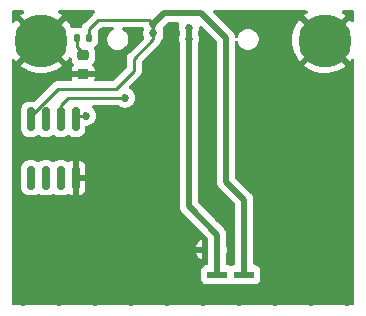
<source format=gbr>
%TF.GenerationSoftware,KiCad,Pcbnew,(6.0.0-0)*%
%TF.CreationDate,2022-07-13T15:20:42-04:00*%
%TF.ProjectId,ec,65632e6b-6963-4616-945f-706362585858,rev?*%
%TF.SameCoordinates,Original*%
%TF.FileFunction,Copper,L1,Top*%
%TF.FilePolarity,Positive*%
%FSLAX46Y46*%
G04 Gerber Fmt 4.6, Leading zero omitted, Abs format (unit mm)*
G04 Created by KiCad (PCBNEW (6.0.0-0)) date 2022-07-13 15:20:42*
%MOMM*%
%LPD*%
G01*
G04 APERTURE LIST*
G04 Aperture macros list*
%AMRoundRect*
0 Rectangle with rounded corners*
0 $1 Rounding radius*
0 $2 $3 $4 $5 $6 $7 $8 $9 X,Y pos of 4 corners*
0 Add a 4 corners polygon primitive as box body*
4,1,4,$2,$3,$4,$5,$6,$7,$8,$9,$2,$3,0*
0 Add four circle primitives for the rounded corners*
1,1,$1+$1,$2,$3*
1,1,$1+$1,$4,$5*
1,1,$1+$1,$6,$7*
1,1,$1+$1,$8,$9*
0 Add four rect primitives between the rounded corners*
20,1,$1+$1,$2,$3,$4,$5,0*
20,1,$1+$1,$4,$5,$6,$7,0*
20,1,$1+$1,$6,$7,$8,$9,0*
20,1,$1+$1,$8,$9,$2,$3,0*%
G04 Aperture macros list end*
%TA.AperFunction,ComponentPad*%
%ADD10C,4.500000*%
%TD*%
%TA.AperFunction,SMDPad,CuDef*%
%ADD11RoundRect,0.135000X0.135000X0.185000X-0.135000X0.185000X-0.135000X-0.185000X0.135000X-0.185000X0*%
%TD*%
%TA.AperFunction,ComponentPad*%
%ADD12R,1.690000X0.600000*%
%TD*%
%TA.AperFunction,SMDPad,CuDef*%
%ADD13RoundRect,0.150000X0.150000X-0.825000X0.150000X0.825000X-0.150000X0.825000X-0.150000X-0.825000X0*%
%TD*%
%TA.AperFunction,SMDPad,CuDef*%
%ADD14RoundRect,0.218750X-0.256250X0.218750X-0.256250X-0.218750X0.256250X-0.218750X0.256250X0.218750X0*%
%TD*%
%TA.AperFunction,ViaPad*%
%ADD15C,0.685800*%
%TD*%
%TA.AperFunction,Conductor*%
%ADD16C,0.254000*%
%TD*%
%TA.AperFunction,Conductor*%
%ADD17C,0.508000*%
%TD*%
G04 APERTURE END LIST*
D10*
%TO.P,H1,1,1*%
%TO.N,GND*%
X95000000Y-64000000D03*
%TD*%
%TO.P,H2,1,1*%
%TO.N,GND*%
X119000000Y-64000000D03*
%TD*%
D11*
%TO.P,R2,1*%
%TO.N,/3V3*%
X99062000Y-63754000D03*
%TO.P,R2,2*%
%TO.N,Net-(D1-Pad2)*%
X98042000Y-63754000D03*
%TD*%
D12*
%TO.P,J1,1,Pin_1*%
%TO.N,/3V3*%
X112206000Y-83838000D03*
%TO.P,J1,2,Pin_2*%
%TO.N,/A0*%
X109906000Y-83838000D03*
%TD*%
D13*
%TO.P,U2,1,E0*%
%TO.N,N/C*%
X94107000Y-75627000D03*
%TO.P,U2,2,E1*%
X95377000Y-75627000D03*
%TO.P,U2,3,E2*%
X96647000Y-75627000D03*
%TO.P,U2,4,VSS*%
%TO.N,GND*%
X97917000Y-75627000D03*
%TO.P,U2,5,SDA*%
%TO.N,/SDA_EEPROM*%
X97917000Y-70677000D03*
%TO.P,U2,6,SCL*%
%TO.N,/SCL_EEPROM*%
X96647000Y-70677000D03*
%TO.P,U2,7,~{WC}*%
%TO.N,N/C*%
X95377000Y-70677000D03*
%TO.P,U2,8,VCC*%
%TO.N,/3V3*%
X94107000Y-70677000D03*
%TD*%
D14*
%TO.P,D1,1,K*%
%TO.N,GND*%
X98552000Y-66827500D03*
%TO.P,D1,2,A*%
%TO.N,Net-(D1-Pad2)*%
X98552000Y-65252500D03*
%TD*%
D11*
%TO.P,R1,1*%
%TO.N,/A0*%
X109910000Y-81700000D03*
%TO.P,R1,2*%
%TO.N,GND*%
X108890000Y-81700000D03*
%TD*%
D15*
%TO.N,GND*%
X93472000Y-83058000D03*
X93472000Y-80010000D03*
X93472000Y-77216000D03*
X93472000Y-73406000D03*
X93472000Y-86106000D03*
X96520000Y-86106000D03*
X111760000Y-86106000D03*
X99568000Y-86106000D03*
X102616000Y-86106000D03*
X105664000Y-86106000D03*
X108712000Y-86106000D03*
X117856000Y-86106000D03*
X114808000Y-86106000D03*
X120904000Y-86106000D03*
X120904000Y-80010000D03*
X120904000Y-83058000D03*
X120904000Y-76962000D03*
X120904000Y-73914000D03*
X120904000Y-67818000D03*
X120904000Y-70866000D03*
X110998000Y-82550000D03*
X107442000Y-82804000D03*
X110998000Y-80772000D03*
X109982000Y-78994000D03*
X108966000Y-77470000D03*
X108966000Y-75946000D03*
X105918000Y-77470000D03*
X105918000Y-75946000D03*
X106934000Y-79756000D03*
X105918000Y-72898000D03*
X105918000Y-71374000D03*
X105918000Y-74422000D03*
X105918000Y-69850000D03*
X108966000Y-72898000D03*
X108966000Y-71374000D03*
X108966000Y-74422000D03*
X108966000Y-69850000D03*
X96012000Y-73406000D03*
X104013000Y-66675000D03*
X104013000Y-67564000D03*
X99822000Y-71628000D03*
X97282000Y-73406000D03*
X94742000Y-73406000D03*
X104013000Y-65786000D03*
%TO.N,/3V3*%
X104496500Y-63397500D03*
X104496500Y-62635500D03*
%TO.N,/SDA_EEPROM*%
X98806000Y-70358000D03*
%TO.N,/SCL_EEPROM*%
X102108000Y-68834000D03*
%TO.N,/A0*%
X107500000Y-63900000D03*
X107500000Y-62900000D03*
%TD*%
D16*
%TO.N,Net-(D1-Pad2)*%
X98042000Y-64514000D02*
X98042000Y-63754000D01*
X98552000Y-65024000D02*
X98042000Y-64514000D01*
X98552000Y-65252500D02*
X98552000Y-65024000D01*
%TO.N,/3V3*%
X102870000Y-65530000D02*
X102870000Y-66548000D01*
X94107000Y-70401337D02*
X94107000Y-70677000D01*
D17*
X112206000Y-77506000D02*
X112206000Y-83838000D01*
D16*
X104496500Y-62635500D02*
X104091000Y-62230000D01*
D17*
X110650000Y-75950000D02*
X112206000Y-77506000D01*
X104496500Y-62635500D02*
X105432000Y-61700000D01*
D16*
X99822000Y-62230000D02*
X99062000Y-62990000D01*
X101346000Y-68072000D02*
X96436337Y-68072000D01*
X96436337Y-68072000D02*
X94107000Y-70401337D01*
X104496500Y-63397500D02*
X104496500Y-62635500D01*
X99062000Y-62990000D02*
X99062000Y-63754000D01*
D17*
X110650000Y-63800000D02*
X110650000Y-75950000D01*
X105432000Y-61700000D02*
X108550000Y-61700000D01*
D16*
X104091000Y-62230000D02*
X99822000Y-62230000D01*
D17*
X108550000Y-61700000D02*
X110650000Y-63800000D01*
D16*
X104496500Y-63397500D02*
X104496500Y-63903500D01*
X102870000Y-66548000D02*
X101346000Y-68072000D01*
X104496500Y-63903500D02*
X102870000Y-65530000D01*
%TO.N,/SDA_EEPROM*%
X98806000Y-70358000D02*
X98236000Y-70358000D01*
X98236000Y-70358000D02*
X97917000Y-70677000D01*
%TO.N,/SCL_EEPROM*%
X97282000Y-68834000D02*
X96647000Y-69469000D01*
X102108000Y-68834000D02*
X97282000Y-68834000D01*
X96647000Y-69469000D02*
X96647000Y-70677000D01*
D17*
%TO.N,/A0*%
X107500000Y-62900000D02*
X107500000Y-63900000D01*
X109910000Y-83834000D02*
X109906000Y-83838000D01*
X109910000Y-80460000D02*
X109910000Y-81700000D01*
X107500000Y-63900000D02*
X107500000Y-78050000D01*
X109910000Y-81700000D02*
X109910000Y-83834000D01*
X107500000Y-78050000D02*
X109910000Y-80460000D01*
%TD*%
%TA.AperFunction,Conductor*%
%TO.N,GND*%
G36*
X93508556Y-61466002D02*
G01*
X93555049Y-61519658D01*
X93565153Y-61589932D01*
X93535659Y-61654512D01*
X93504858Y-61680285D01*
X93450196Y-61712805D01*
X93443945Y-61717053D01*
X93250733Y-61866115D01*
X93242267Y-61877773D01*
X93248871Y-61889661D01*
X94987188Y-63627978D01*
X95001132Y-63635592D01*
X95002965Y-63635461D01*
X95009580Y-63631210D01*
X96750162Y-61890628D01*
X96757174Y-61877787D01*
X96749379Y-61867098D01*
X96579886Y-61733481D01*
X96573663Y-61729156D01*
X96492326Y-61679605D01*
X96444557Y-61627082D01*
X96432767Y-61557071D01*
X96460699Y-61491800D01*
X96519485Y-61451992D01*
X96557879Y-61446000D01*
X99432118Y-61446000D01*
X99500239Y-61466002D01*
X99546732Y-61519658D01*
X99556836Y-61589932D01*
X99527342Y-61654512D01*
X99506180Y-61673935D01*
X99477519Y-61694759D01*
X99467595Y-61701278D01*
X99436224Y-61719830D01*
X99436219Y-61719834D01*
X99429401Y-61723866D01*
X99415014Y-61738253D01*
X99399980Y-61751094D01*
X99383513Y-61763058D01*
X99378460Y-61769166D01*
X99355228Y-61797249D01*
X99347238Y-61806029D01*
X98668517Y-62484750D01*
X98660191Y-62492326D01*
X98653697Y-62496447D01*
X98648274Y-62502222D01*
X98606915Y-62546265D01*
X98604160Y-62549107D01*
X98584361Y-62568906D01*
X98581937Y-62572031D01*
X98581929Y-62572040D01*
X98581863Y-62572126D01*
X98574155Y-62581151D01*
X98543783Y-62613494D01*
X98539965Y-62620438D01*
X98539964Y-62620440D01*
X98533978Y-62631329D01*
X98523127Y-62647847D01*
X98510650Y-62663933D01*
X98493024Y-62704666D01*
X98487807Y-62715314D01*
X98483382Y-62723363D01*
X98466431Y-62754197D01*
X98464460Y-62761872D01*
X98464458Y-62761878D01*
X98461369Y-62773911D01*
X98454966Y-62792613D01*
X98446883Y-62811292D01*
X98445644Y-62819114D01*
X98445643Y-62819118D01*
X98444104Y-62828838D01*
X98413692Y-62892991D01*
X98353425Y-62930518D01*
X98291191Y-62930161D01*
X98290979Y-62931323D01*
X98284643Y-62930165D01*
X98278466Y-62928371D01*
X98272059Y-62927867D01*
X98272055Y-62927866D01*
X98244444Y-62925693D01*
X98244438Y-62925693D01*
X98241989Y-62925500D01*
X98042122Y-62925500D01*
X97842012Y-62925501D01*
X97805534Y-62928371D01*
X97765562Y-62939984D01*
X97677727Y-62965502D01*
X97606730Y-62965299D01*
X97547114Y-62926745D01*
X97527602Y-62896055D01*
X97450172Y-62723363D01*
X97446655Y-62716636D01*
X97279054Y-62438252D01*
X97274757Y-62431999D01*
X97133617Y-62251022D01*
X97121823Y-62242551D01*
X97110113Y-62249097D01*
X95372022Y-63987188D01*
X95364408Y-64001132D01*
X95364539Y-64002965D01*
X95368790Y-64009580D01*
X97108825Y-65749615D01*
X97121948Y-65756781D01*
X97132250Y-65749391D01*
X97241429Y-65615285D01*
X97245842Y-65609144D01*
X97336608Y-65465287D01*
X97389874Y-65418349D01*
X97460062Y-65407659D01*
X97524886Y-65436613D01*
X97563766Y-65496018D01*
X97567934Y-65519631D01*
X97568500Y-65519572D01*
X97579022Y-65620982D01*
X97632692Y-65781849D01*
X97721929Y-65926055D01*
X97727107Y-65931224D01*
X97747159Y-65951241D01*
X97781238Y-66013523D01*
X97776235Y-66084343D01*
X97747314Y-66129432D01*
X97726702Y-66150080D01*
X97717690Y-66161491D01*
X97636447Y-66293291D01*
X97630303Y-66306468D01*
X97581421Y-66453843D01*
X97578555Y-66467210D01*
X97569386Y-66556700D01*
X97573475Y-66570624D01*
X97574865Y-66571829D01*
X97582548Y-66573500D01*
X99516885Y-66573500D01*
X99532124Y-66569025D01*
X99533329Y-66567635D01*
X99534842Y-66560679D01*
X99534663Y-66557218D01*
X99525196Y-66465979D01*
X99522303Y-66452583D01*
X99473170Y-66305313D01*
X99466996Y-66292134D01*
X99385530Y-66160486D01*
X99376494Y-66149085D01*
X99356842Y-66129467D01*
X99322763Y-66067184D01*
X99327766Y-65996364D01*
X99356686Y-65951277D01*
X99377692Y-65930234D01*
X99382864Y-65925053D01*
X99471849Y-65780692D01*
X99525238Y-65619731D01*
X99535500Y-65519572D01*
X99535500Y-64985428D01*
X99524978Y-64884018D01*
X99471308Y-64723151D01*
X99467458Y-64716929D01*
X99467454Y-64716921D01*
X99448910Y-64686953D01*
X99430073Y-64618501D01*
X99451235Y-64550732D01*
X99491916Y-64512198D01*
X99587720Y-64455540D01*
X99594541Y-64451506D01*
X99709506Y-64336541D01*
X99792269Y-64196596D01*
X99794520Y-64188850D01*
X99835834Y-64046644D01*
X99837629Y-64040466D01*
X99840500Y-64003989D01*
X99840499Y-63504012D01*
X99837629Y-63467534D01*
X99809505Y-63370730D01*
X99794481Y-63319017D01*
X99794480Y-63319015D01*
X99792269Y-63311404D01*
X99788234Y-63304581D01*
X99785182Y-63299420D01*
X99767725Y-63230603D01*
X99790244Y-63163272D01*
X99804543Y-63146189D01*
X100048327Y-62902405D01*
X100110639Y-62868379D01*
X100137422Y-62865500D01*
X101020069Y-62865500D01*
X101088190Y-62885502D01*
X101134683Y-62939158D01*
X101144787Y-63009432D01*
X101115293Y-63074012D01*
X101083070Y-63100619D01*
X100950376Y-63177229D01*
X100945469Y-63181647D01*
X100945468Y-63181648D01*
X100857886Y-63260508D01*
X100811579Y-63302203D01*
X100701798Y-63453303D01*
X100699114Y-63459331D01*
X100699113Y-63459333D01*
X100629130Y-63616518D01*
X100625832Y-63623926D01*
X100623344Y-63635632D01*
X100593331Y-63776831D01*
X100587000Y-63806615D01*
X100587000Y-63993385D01*
X100588372Y-63999837D01*
X100588372Y-63999842D01*
X100603588Y-64071427D01*
X100625832Y-64176074D01*
X100628517Y-64182104D01*
X100628517Y-64182105D01*
X100693209Y-64327405D01*
X100701798Y-64346697D01*
X100705678Y-64352038D01*
X100705679Y-64352039D01*
X100773873Y-64445900D01*
X100811579Y-64497797D01*
X100816481Y-64502210D01*
X100816482Y-64502212D01*
X100945468Y-64618352D01*
X100950376Y-64622771D01*
X100956097Y-64626074D01*
X100970839Y-64634585D01*
X101112124Y-64716156D01*
X101155021Y-64730094D01*
X101283474Y-64771831D01*
X101283475Y-64771831D01*
X101289753Y-64773871D01*
X101296316Y-64774561D01*
X101296317Y-64774561D01*
X101319097Y-64776955D01*
X101428937Y-64788500D01*
X101522063Y-64788500D01*
X101631903Y-64776955D01*
X101654683Y-64774561D01*
X101654684Y-64774561D01*
X101661247Y-64773871D01*
X101667525Y-64771831D01*
X101667526Y-64771831D01*
X101795979Y-64730094D01*
X101838876Y-64716156D01*
X101980162Y-64634585D01*
X101994903Y-64626074D01*
X102000624Y-64622771D01*
X102005532Y-64618352D01*
X102134518Y-64502212D01*
X102134519Y-64502210D01*
X102139421Y-64497797D01*
X102177127Y-64445900D01*
X102245321Y-64352039D01*
X102245322Y-64352038D01*
X102249202Y-64346697D01*
X102257792Y-64327405D01*
X102322483Y-64182105D01*
X102322483Y-64182104D01*
X102325168Y-64176074D01*
X102347412Y-64071427D01*
X102362628Y-63999842D01*
X102362628Y-63999837D01*
X102364000Y-63993385D01*
X102364000Y-63806615D01*
X102357670Y-63776831D01*
X102327656Y-63635632D01*
X102325168Y-63623926D01*
X102321870Y-63616518D01*
X102251887Y-63459333D01*
X102251886Y-63459331D01*
X102249202Y-63453303D01*
X102139421Y-63302203D01*
X102093115Y-63260508D01*
X102005532Y-63181648D01*
X102005531Y-63181647D01*
X102000624Y-63177229D01*
X101867931Y-63100619D01*
X101818938Y-63049237D01*
X101805502Y-62979523D01*
X101831888Y-62913612D01*
X101889720Y-62872430D01*
X101930931Y-62865500D01*
X103584472Y-62865500D01*
X103652593Y-62885502D01*
X103699086Y-62939158D01*
X103704305Y-62952564D01*
X103712428Y-62977564D01*
X103712428Y-63055436D01*
X103671420Y-63181648D01*
X103659118Y-63219509D01*
X103658428Y-63226072D01*
X103658428Y-63226073D01*
X103648934Y-63316401D01*
X103640410Y-63397500D01*
X103641100Y-63404065D01*
X103655393Y-63540046D01*
X103659118Y-63575491D01*
X103661158Y-63581770D01*
X103661159Y-63581773D01*
X103700652Y-63703323D01*
X103702679Y-63774290D01*
X103669914Y-63831353D01*
X102476517Y-65024750D01*
X102468191Y-65032326D01*
X102461697Y-65036447D01*
X102456274Y-65042222D01*
X102414915Y-65086265D01*
X102412160Y-65089107D01*
X102392361Y-65108906D01*
X102389937Y-65112031D01*
X102389929Y-65112040D01*
X102389863Y-65112126D01*
X102382155Y-65121151D01*
X102351783Y-65153494D01*
X102347965Y-65160438D01*
X102347964Y-65160440D01*
X102341978Y-65171329D01*
X102331127Y-65187847D01*
X102318650Y-65203933D01*
X102301024Y-65244666D01*
X102295807Y-65255314D01*
X102274431Y-65294197D01*
X102272460Y-65301872D01*
X102272458Y-65301878D01*
X102269369Y-65313911D01*
X102262966Y-65332613D01*
X102254883Y-65351292D01*
X102253644Y-65359117D01*
X102247940Y-65395127D01*
X102245535Y-65406740D01*
X102234500Y-65449718D01*
X102234500Y-65470065D01*
X102232949Y-65489776D01*
X102229765Y-65509879D01*
X102230511Y-65517771D01*
X102233941Y-65554056D01*
X102234500Y-65565914D01*
X102234500Y-66232577D01*
X102214498Y-66300698D01*
X102197595Y-66321672D01*
X101119672Y-67399595D01*
X101057360Y-67433621D01*
X101030577Y-67436500D01*
X99619062Y-67436500D01*
X99550941Y-67416498D01*
X99504448Y-67362842D01*
X99494344Y-67292568D01*
X99499469Y-67270834D01*
X99522578Y-67201160D01*
X99525445Y-67187790D01*
X99534614Y-67098300D01*
X99530525Y-67084376D01*
X99529135Y-67083171D01*
X99521452Y-67081500D01*
X97587115Y-67081500D01*
X97571876Y-67085975D01*
X97570671Y-67087365D01*
X97569158Y-67094321D01*
X97569337Y-67097782D01*
X97578804Y-67189021D01*
X97581697Y-67202417D01*
X97604453Y-67270624D01*
X97607037Y-67341573D01*
X97570854Y-67402657D01*
X97507390Y-67434482D01*
X97484929Y-67436500D01*
X96515369Y-67436500D01*
X96504130Y-67435970D01*
X96496618Y-67434291D01*
X96488693Y-67434540D01*
X96488692Y-67434540D01*
X96428307Y-67436438D01*
X96424349Y-67436500D01*
X96396354Y-67436500D01*
X96392420Y-67436997D01*
X96392418Y-67436997D01*
X96392331Y-67437008D01*
X96380497Y-67437940D01*
X96336132Y-67439335D01*
X96328519Y-67441547D01*
X96328518Y-67441547D01*
X96316589Y-67445013D01*
X96297225Y-67449023D01*
X96284897Y-67450580D01*
X96284895Y-67450580D01*
X96277038Y-67451573D01*
X96269674Y-67454489D01*
X96269669Y-67454490D01*
X96235781Y-67467907D01*
X96224552Y-67471752D01*
X96207872Y-67476598D01*
X96181944Y-67484131D01*
X96175117Y-67488169D01*
X96175114Y-67488170D01*
X96164431Y-67494488D01*
X96146673Y-67503188D01*
X96135122Y-67507761D01*
X96135116Y-67507765D01*
X96127749Y-67510681D01*
X96121338Y-67515339D01*
X96121336Y-67515340D01*
X96091849Y-67536764D01*
X96081927Y-67543281D01*
X96050569Y-67561826D01*
X96050565Y-67561829D01*
X96043739Y-67565866D01*
X96029355Y-67580250D01*
X96014321Y-67593091D01*
X95997850Y-67605058D01*
X95992797Y-67611166D01*
X95969560Y-67639255D01*
X95961570Y-67648035D01*
X94450423Y-69159182D01*
X94388111Y-69193208D01*
X94351442Y-69195699D01*
X94325958Y-69193693D01*
X94325950Y-69193693D01*
X94323502Y-69193500D01*
X93890498Y-69193500D01*
X93888050Y-69193693D01*
X93888042Y-69193693D01*
X93859579Y-69195933D01*
X93859574Y-69195934D01*
X93853169Y-69196438D01*
X93753231Y-69225472D01*
X93701012Y-69240643D01*
X93701010Y-69240644D01*
X93693399Y-69242855D01*
X93686572Y-69246892D01*
X93686573Y-69246892D01*
X93557020Y-69323509D01*
X93557017Y-69323511D01*
X93550193Y-69327547D01*
X93432547Y-69445193D01*
X93428511Y-69452017D01*
X93428509Y-69452020D01*
X93403940Y-69493564D01*
X93347855Y-69588399D01*
X93301438Y-69748169D01*
X93298500Y-69785498D01*
X93298500Y-71568502D01*
X93301438Y-71605831D01*
X93347855Y-71765601D01*
X93351892Y-71772427D01*
X93428509Y-71901980D01*
X93428511Y-71901983D01*
X93432547Y-71908807D01*
X93550193Y-72026453D01*
X93557017Y-72030489D01*
X93557020Y-72030491D01*
X93664589Y-72094107D01*
X93693399Y-72111145D01*
X93701010Y-72113356D01*
X93701012Y-72113357D01*
X93753231Y-72128528D01*
X93853169Y-72157562D01*
X93859574Y-72158066D01*
X93859579Y-72158067D01*
X93888042Y-72160307D01*
X93888050Y-72160307D01*
X93890498Y-72160500D01*
X94323502Y-72160500D01*
X94325950Y-72160307D01*
X94325958Y-72160307D01*
X94354421Y-72158067D01*
X94354426Y-72158066D01*
X94360831Y-72157562D01*
X94460769Y-72128528D01*
X94512988Y-72113357D01*
X94512990Y-72113356D01*
X94520601Y-72111145D01*
X94663807Y-72026453D01*
X94666489Y-72023771D01*
X94730861Y-71998498D01*
X94800484Y-72012400D01*
X94816312Y-72022572D01*
X94820193Y-72026453D01*
X94963399Y-72111145D01*
X94971010Y-72113356D01*
X94971012Y-72113357D01*
X95023231Y-72128528D01*
X95123169Y-72157562D01*
X95129574Y-72158066D01*
X95129579Y-72158067D01*
X95158042Y-72160307D01*
X95158050Y-72160307D01*
X95160498Y-72160500D01*
X95593502Y-72160500D01*
X95595950Y-72160307D01*
X95595958Y-72160307D01*
X95624421Y-72158067D01*
X95624426Y-72158066D01*
X95630831Y-72157562D01*
X95730769Y-72128528D01*
X95782988Y-72113357D01*
X95782990Y-72113356D01*
X95790601Y-72111145D01*
X95933807Y-72026453D01*
X95936489Y-72023771D01*
X96000861Y-71998498D01*
X96070484Y-72012400D01*
X96086312Y-72022572D01*
X96090193Y-72026453D01*
X96233399Y-72111145D01*
X96241010Y-72113356D01*
X96241012Y-72113357D01*
X96293231Y-72128528D01*
X96393169Y-72157562D01*
X96399574Y-72158066D01*
X96399579Y-72158067D01*
X96428042Y-72160307D01*
X96428050Y-72160307D01*
X96430498Y-72160500D01*
X96863502Y-72160500D01*
X96865950Y-72160307D01*
X96865958Y-72160307D01*
X96894421Y-72158067D01*
X96894426Y-72158066D01*
X96900831Y-72157562D01*
X97000769Y-72128528D01*
X97052988Y-72113357D01*
X97052990Y-72113356D01*
X97060601Y-72111145D01*
X97203807Y-72026453D01*
X97206489Y-72023771D01*
X97270861Y-71998498D01*
X97340484Y-72012400D01*
X97356312Y-72022572D01*
X97360193Y-72026453D01*
X97503399Y-72111145D01*
X97511010Y-72113356D01*
X97511012Y-72113357D01*
X97563231Y-72128528D01*
X97663169Y-72157562D01*
X97669574Y-72158066D01*
X97669579Y-72158067D01*
X97698042Y-72160307D01*
X97698050Y-72160307D01*
X97700498Y-72160500D01*
X98133502Y-72160500D01*
X98135950Y-72160307D01*
X98135958Y-72160307D01*
X98164421Y-72158067D01*
X98164426Y-72158066D01*
X98170831Y-72157562D01*
X98270769Y-72128528D01*
X98322988Y-72113357D01*
X98322990Y-72113356D01*
X98330601Y-72111145D01*
X98359411Y-72094107D01*
X98466980Y-72030491D01*
X98466983Y-72030489D01*
X98473807Y-72026453D01*
X98591453Y-71908807D01*
X98595489Y-71901983D01*
X98595491Y-71901980D01*
X98672108Y-71772427D01*
X98676145Y-71765601D01*
X98722562Y-71605831D01*
X98725500Y-71568502D01*
X98725500Y-71335400D01*
X98745502Y-71267279D01*
X98799158Y-71220786D01*
X98851500Y-71209400D01*
X98895486Y-71209400D01*
X98901939Y-71208028D01*
X98901943Y-71208028D01*
X98983016Y-71190795D01*
X99070546Y-71172190D01*
X99076577Y-71169505D01*
X99228015Y-71102081D01*
X99228017Y-71102080D01*
X99234045Y-71099396D01*
X99378836Y-70994199D01*
X99498591Y-70861197D01*
X99588077Y-70706203D01*
X99643382Y-70535991D01*
X99662090Y-70358000D01*
X99643382Y-70180009D01*
X99588077Y-70009797D01*
X99498591Y-69854803D01*
X99433978Y-69783042D01*
X99383258Y-69726712D01*
X99383257Y-69726711D01*
X99378836Y-69721801D01*
X99345299Y-69697435D01*
X99301947Y-69641213D01*
X99295872Y-69570477D01*
X99329004Y-69507685D01*
X99390824Y-69472774D01*
X99419362Y-69469500D01*
X101493262Y-69469500D01*
X101561383Y-69489502D01*
X101567323Y-69493564D01*
X101673185Y-69570477D01*
X101679955Y-69575396D01*
X101685983Y-69578080D01*
X101685985Y-69578081D01*
X101772510Y-69616604D01*
X101843454Y-69648190D01*
X101930984Y-69666795D01*
X102012057Y-69684028D01*
X102012061Y-69684028D01*
X102018514Y-69685400D01*
X102197486Y-69685400D01*
X102203939Y-69684028D01*
X102203943Y-69684028D01*
X102285016Y-69666795D01*
X102372546Y-69648190D01*
X102443490Y-69616604D01*
X102530015Y-69578081D01*
X102530017Y-69578080D01*
X102536045Y-69575396D01*
X102541387Y-69571515D01*
X102675492Y-69474082D01*
X102675494Y-69474080D01*
X102680836Y-69470199D01*
X102685258Y-69465288D01*
X102796172Y-69342105D01*
X102796173Y-69342104D01*
X102800591Y-69337197D01*
X102880822Y-69198233D01*
X102886773Y-69187926D01*
X102886774Y-69187925D01*
X102890077Y-69182203D01*
X102945382Y-69011991D01*
X102964090Y-68834000D01*
X102945382Y-68656009D01*
X102890077Y-68485797D01*
X102800591Y-68330803D01*
X102680836Y-68197801D01*
X102536045Y-68092604D01*
X102487701Y-68071080D01*
X102433605Y-68025101D01*
X102412955Y-67957174D01*
X102432307Y-67888865D01*
X102449854Y-67866878D01*
X103263477Y-67053255D01*
X103271803Y-67045678D01*
X103278303Y-67041553D01*
X103325101Y-66991718D01*
X103327855Y-66988877D01*
X103347638Y-66969094D01*
X103350129Y-66965883D01*
X103357838Y-66956856D01*
X103382789Y-66930286D01*
X103388217Y-66924506D01*
X103398022Y-66906671D01*
X103408876Y-66890147D01*
X103416491Y-66880330D01*
X103416492Y-66880329D01*
X103421349Y-66874067D01*
X103438969Y-66833350D01*
X103444192Y-66822689D01*
X103461749Y-66790753D01*
X103461751Y-66790748D01*
X103465569Y-66783803D01*
X103467539Y-66776129D01*
X103467542Y-66776122D01*
X103470632Y-66764087D01*
X103477036Y-66745382D01*
X103481967Y-66733987D01*
X103485117Y-66726708D01*
X103492060Y-66682873D01*
X103494467Y-66671251D01*
X103505500Y-66628282D01*
X103505500Y-66607935D01*
X103507051Y-66588224D01*
X103508995Y-66575950D01*
X103510235Y-66568121D01*
X103506059Y-66523944D01*
X103505500Y-66512086D01*
X103505500Y-65845422D01*
X103525502Y-65777301D01*
X103542405Y-65756327D01*
X104889977Y-64408755D01*
X104898303Y-64401178D01*
X104904803Y-64397053D01*
X104951601Y-64347218D01*
X104954355Y-64344377D01*
X104974138Y-64324594D01*
X104976629Y-64321383D01*
X104984338Y-64312356D01*
X105009289Y-64285786D01*
X105014717Y-64280006D01*
X105024522Y-64262171D01*
X105035376Y-64245647D01*
X105042991Y-64235830D01*
X105042992Y-64235829D01*
X105047849Y-64229567D01*
X105065469Y-64188850D01*
X105070692Y-64178189D01*
X105088249Y-64146253D01*
X105088251Y-64146248D01*
X105092069Y-64139303D01*
X105094039Y-64131629D01*
X105094042Y-64131622D01*
X105097132Y-64119587D01*
X105103536Y-64100882D01*
X105108467Y-64089487D01*
X105111617Y-64082208D01*
X105118560Y-64038373D01*
X105120968Y-64026750D01*
X105131372Y-63986229D01*
X105159775Y-63933256D01*
X105189091Y-63900697D01*
X105278577Y-63745703D01*
X105333882Y-63575491D01*
X105337608Y-63540046D01*
X105351900Y-63404065D01*
X105352590Y-63397500D01*
X105344066Y-63316401D01*
X105334572Y-63226073D01*
X105334572Y-63226072D01*
X105333882Y-63219509D01*
X105321580Y-63181648D01*
X105280572Y-63055436D01*
X105280572Y-62977564D01*
X105294230Y-62935529D01*
X105324968Y-62885370D01*
X105710933Y-62499405D01*
X105773245Y-62465379D01*
X105800028Y-62462500D01*
X106573514Y-62462500D01*
X106641635Y-62482502D01*
X106688128Y-62536158D01*
X106698232Y-62606432D01*
X106693349Y-62627428D01*
X106662618Y-62722009D01*
X106661928Y-62728572D01*
X106661928Y-62728573D01*
X106647536Y-62865500D01*
X106643910Y-62900000D01*
X106644600Y-62906565D01*
X106660359Y-63056494D01*
X106662618Y-63077991D01*
X106717923Y-63248203D01*
X106721227Y-63253926D01*
X106723911Y-63259954D01*
X106722666Y-63260508D01*
X106737500Y-63315873D01*
X106737500Y-63484127D01*
X106722666Y-63539492D01*
X106723911Y-63540046D01*
X106721227Y-63546074D01*
X106717923Y-63551797D01*
X106662618Y-63722009D01*
X106661928Y-63728572D01*
X106661928Y-63728573D01*
X106658189Y-63764149D01*
X106643910Y-63900000D01*
X106662618Y-64077991D01*
X106717923Y-64248203D01*
X106721227Y-64253926D01*
X106723911Y-64259954D01*
X106722666Y-64260508D01*
X106737500Y-64315873D01*
X106737500Y-77982624D01*
X106736067Y-78001574D01*
X106733876Y-78015973D01*
X106733876Y-78015979D01*
X106732776Y-78023208D01*
X106733369Y-78030500D01*
X106733369Y-78030503D01*
X106737085Y-78076183D01*
X106737500Y-78086398D01*
X106737500Y-78094525D01*
X106740811Y-78122924D01*
X106741238Y-78127244D01*
X106747191Y-78200426D01*
X106749447Y-78207388D01*
X106750643Y-78213376D01*
X106752051Y-78219333D01*
X106752899Y-78226607D01*
X106755397Y-78233489D01*
X106755398Y-78233493D01*
X106777945Y-78295607D01*
X106779355Y-78299711D01*
X106801987Y-78369575D01*
X106805787Y-78375838D01*
X106808325Y-78381380D01*
X106811067Y-78386856D01*
X106813566Y-78393741D01*
X106817581Y-78399865D01*
X106853815Y-78455132D01*
X106856130Y-78458800D01*
X106894227Y-78521581D01*
X106897941Y-78525786D01*
X106897943Y-78525789D01*
X106901667Y-78530005D01*
X106901638Y-78530031D01*
X106904238Y-78532962D01*
X106907042Y-78536316D01*
X106911054Y-78542435D01*
X106916366Y-78547467D01*
X106967586Y-78595988D01*
X106970028Y-78598366D01*
X109110595Y-80738933D01*
X109144621Y-80801245D01*
X109147500Y-80828028D01*
X109147500Y-80857403D01*
X109144521Y-80871191D01*
X109144924Y-80871219D01*
X109144000Y-80884394D01*
X109144000Y-81362458D01*
X109138997Y-81397610D01*
X109136166Y-81407353D01*
X109136165Y-81407360D01*
X109134371Y-81413534D01*
X109133867Y-81419941D01*
X109133866Y-81419945D01*
X109131693Y-81447556D01*
X109131500Y-81450011D01*
X109131501Y-81949988D01*
X109134371Y-81986466D01*
X109136166Y-81992644D01*
X109136168Y-81992653D01*
X109138997Y-82002390D01*
X109144000Y-82037542D01*
X109144000Y-82507593D01*
X109147500Y-82531935D01*
X109147500Y-82903500D01*
X109127498Y-82971621D01*
X109073842Y-83018114D01*
X109021500Y-83029500D01*
X109012866Y-83029500D01*
X108950684Y-83036255D01*
X108814295Y-83087385D01*
X108697739Y-83174739D01*
X108610385Y-83291295D01*
X108559255Y-83427684D01*
X108552500Y-83489866D01*
X108552500Y-84186134D01*
X108559255Y-84248316D01*
X108610385Y-84384705D01*
X108697739Y-84501261D01*
X108814295Y-84588615D01*
X108950684Y-84639745D01*
X109012866Y-84646500D01*
X110799134Y-84646500D01*
X110861316Y-84639745D01*
X110997705Y-84588615D01*
X110999065Y-84587596D01*
X111064845Y-84573207D01*
X111112347Y-84587155D01*
X111114295Y-84588615D01*
X111250684Y-84639745D01*
X111312866Y-84646500D01*
X113099134Y-84646500D01*
X113161316Y-84639745D01*
X113297705Y-84588615D01*
X113414261Y-84501261D01*
X113501615Y-84384705D01*
X113552745Y-84248316D01*
X113559500Y-84186134D01*
X113559500Y-83489866D01*
X113552745Y-83427684D01*
X113501615Y-83291295D01*
X113414261Y-83174739D01*
X113297705Y-83087385D01*
X113161316Y-83036255D01*
X113099134Y-83029500D01*
X113094500Y-83029500D01*
X113094225Y-83029419D01*
X113092320Y-83029316D01*
X113092344Y-83028867D01*
X113026379Y-83009498D01*
X112979886Y-82955842D01*
X112968500Y-82903500D01*
X112968500Y-77573368D01*
X112969933Y-77554417D01*
X112972123Y-77540024D01*
X112972123Y-77540022D01*
X112973223Y-77532792D01*
X112968915Y-77479825D01*
X112968500Y-77469611D01*
X112968500Y-77461475D01*
X112965190Y-77433084D01*
X112964757Y-77428709D01*
X112959403Y-77362872D01*
X112959402Y-77362869D01*
X112958809Y-77355573D01*
X112956554Y-77348611D01*
X112955354Y-77342607D01*
X112953948Y-77336660D01*
X112953101Y-77329393D01*
X112928053Y-77260387D01*
X112926625Y-77256227D01*
X112906269Y-77193391D01*
X112906268Y-77193389D01*
X112904012Y-77186425D01*
X112900215Y-77180168D01*
X112897660Y-77174587D01*
X112894929Y-77169134D01*
X112892434Y-77162259D01*
X112852163Y-77100835D01*
X112849842Y-77097155D01*
X112814690Y-77039225D01*
X112814686Y-77039220D01*
X112811773Y-77034419D01*
X112808061Y-77030216D01*
X112808058Y-77030212D01*
X112804332Y-77025994D01*
X112804362Y-77025968D01*
X112801754Y-77023029D01*
X112798959Y-77019687D01*
X112794946Y-77013565D01*
X112738413Y-76960011D01*
X112735972Y-76957634D01*
X111449405Y-75671067D01*
X111415379Y-75608755D01*
X111412500Y-75581972D01*
X111412500Y-66121982D01*
X117243142Y-66121982D01*
X117250668Y-66132415D01*
X117396463Y-66249848D01*
X117402648Y-66254244D01*
X117678363Y-66426195D01*
X117685034Y-66429817D01*
X117979414Y-66567402D01*
X117986468Y-66570195D01*
X118295257Y-66671420D01*
X118302570Y-66673339D01*
X118621298Y-66736738D01*
X118628789Y-66737764D01*
X118952823Y-66762413D01*
X118960386Y-66762531D01*
X119285021Y-66748074D01*
X119292562Y-66747282D01*
X119613115Y-66693926D01*
X119620479Y-66692240D01*
X119932315Y-66600757D01*
X119939424Y-66598198D01*
X120238003Y-66469919D01*
X120244770Y-66466515D01*
X120525764Y-66303301D01*
X120532071Y-66299111D01*
X120750005Y-66134588D01*
X120758461Y-66123197D01*
X120751743Y-66110953D01*
X119012812Y-64372022D01*
X118998868Y-64364408D01*
X118997035Y-64364539D01*
X118990420Y-64368790D01*
X117250257Y-66108953D01*
X117243142Y-66121982D01*
X111412500Y-66121982D01*
X111412500Y-64140711D01*
X111432502Y-64072590D01*
X111486158Y-64026097D01*
X111556432Y-64015993D01*
X111621012Y-64045487D01*
X111659396Y-64105213D01*
X111661747Y-64114512D01*
X111674832Y-64176074D01*
X111677517Y-64182104D01*
X111677517Y-64182105D01*
X111742209Y-64327405D01*
X111750798Y-64346697D01*
X111754678Y-64352038D01*
X111754679Y-64352039D01*
X111822873Y-64445900D01*
X111860579Y-64497797D01*
X111865481Y-64502210D01*
X111865482Y-64502212D01*
X111994468Y-64618352D01*
X111999376Y-64622771D01*
X112005097Y-64626074D01*
X112019839Y-64634585D01*
X112161124Y-64716156D01*
X112204021Y-64730094D01*
X112332474Y-64771831D01*
X112332475Y-64771831D01*
X112338753Y-64773871D01*
X112345316Y-64774561D01*
X112345317Y-64774561D01*
X112368097Y-64776955D01*
X112477937Y-64788500D01*
X112571063Y-64788500D01*
X112680903Y-64776955D01*
X112703683Y-64774561D01*
X112703684Y-64774561D01*
X112710247Y-64773871D01*
X112716525Y-64771831D01*
X112716526Y-64771831D01*
X112844979Y-64730094D01*
X112887876Y-64716156D01*
X113029162Y-64634585D01*
X113043903Y-64626074D01*
X113049624Y-64622771D01*
X113054532Y-64618352D01*
X113183518Y-64502212D01*
X113183519Y-64502210D01*
X113188421Y-64497797D01*
X113226127Y-64445900D01*
X113294321Y-64352039D01*
X113294322Y-64352038D01*
X113298202Y-64346697D01*
X113306792Y-64327405D01*
X113371483Y-64182105D01*
X113371483Y-64182104D01*
X113374168Y-64176074D01*
X113396412Y-64071427D01*
X113411628Y-63999842D01*
X113411628Y-63999837D01*
X113413000Y-63993385D01*
X113413000Y-63974858D01*
X116237299Y-63974858D01*
X116253456Y-64299410D01*
X116254287Y-64306939D01*
X116309318Y-64627198D01*
X116311051Y-64634585D01*
X116404156Y-64945909D01*
X116406759Y-64953022D01*
X116536595Y-65250913D01*
X116540037Y-65257669D01*
X116704720Y-65537803D01*
X116708943Y-65544088D01*
X116865792Y-65749608D01*
X116877316Y-65758069D01*
X116889382Y-65751408D01*
X118627978Y-64012812D01*
X118635592Y-63998868D01*
X118635461Y-63997035D01*
X118631210Y-63990420D01*
X116890864Y-62250074D01*
X116877929Y-62243011D01*
X116867367Y-62250671D01*
X116741785Y-62408268D01*
X116737428Y-62414467D01*
X116566913Y-62691094D01*
X116563333Y-62697770D01*
X116427287Y-62992878D01*
X116424537Y-62999929D01*
X116324927Y-63309251D01*
X116323044Y-63316584D01*
X116261316Y-63635632D01*
X116260329Y-63643132D01*
X116237378Y-63967277D01*
X116237299Y-63974858D01*
X113413000Y-63974858D01*
X113413000Y-63806615D01*
X113406670Y-63776831D01*
X113376656Y-63635632D01*
X113374168Y-63623926D01*
X113370870Y-63616518D01*
X113300887Y-63459333D01*
X113300886Y-63459331D01*
X113298202Y-63453303D01*
X113188421Y-63302203D01*
X113142115Y-63260508D01*
X113054532Y-63181648D01*
X113054531Y-63181647D01*
X113049624Y-63177229D01*
X112887876Y-63083844D01*
X112781366Y-63049237D01*
X112716526Y-63028169D01*
X112716525Y-63028169D01*
X112710247Y-63026129D01*
X112703684Y-63025439D01*
X112703683Y-63025439D01*
X112680903Y-63023045D01*
X112571063Y-63011500D01*
X112477937Y-63011500D01*
X112368097Y-63023045D01*
X112345317Y-63025439D01*
X112345316Y-63025439D01*
X112338753Y-63026129D01*
X112332475Y-63028169D01*
X112332474Y-63028169D01*
X112267634Y-63049237D01*
X112161124Y-63083844D01*
X111999376Y-63177229D01*
X111994469Y-63181647D01*
X111994468Y-63181648D01*
X111906886Y-63260508D01*
X111860579Y-63302203D01*
X111750798Y-63453303D01*
X111748114Y-63459331D01*
X111748113Y-63459333D01*
X111678130Y-63616518D01*
X111674832Y-63623926D01*
X111672344Y-63635632D01*
X111655610Y-63714358D01*
X111621881Y-63776831D01*
X111559732Y-63811153D01*
X111488893Y-63806425D01*
X111431855Y-63764149D01*
X111406778Y-63698375D01*
X111403403Y-63656872D01*
X111403402Y-63656869D01*
X111402809Y-63649573D01*
X111400554Y-63642611D01*
X111399354Y-63636607D01*
X111397948Y-63630660D01*
X111397101Y-63623393D01*
X111372053Y-63554387D01*
X111370625Y-63550227D01*
X111350268Y-63487387D01*
X111350266Y-63487382D01*
X111348012Y-63480425D01*
X111344218Y-63474173D01*
X111341666Y-63468598D01*
X111338930Y-63463135D01*
X111336434Y-63456259D01*
X111296181Y-63394863D01*
X111293834Y-63391144D01*
X111255772Y-63328419D01*
X111248332Y-63319994D01*
X111248360Y-63319969D01*
X111245766Y-63317044D01*
X111242961Y-63313690D01*
X111238946Y-63307565D01*
X111182413Y-63254011D01*
X111179972Y-63251634D01*
X109589433Y-61661095D01*
X109555407Y-61598783D01*
X109560472Y-61527968D01*
X109603019Y-61471132D01*
X109669539Y-61446321D01*
X109678528Y-61446000D01*
X117440435Y-61446000D01*
X117508556Y-61466002D01*
X117555049Y-61519658D01*
X117565153Y-61589932D01*
X117535659Y-61654512D01*
X117504858Y-61680285D01*
X117450196Y-61712805D01*
X117443945Y-61717053D01*
X117250733Y-61866115D01*
X117242267Y-61877773D01*
X117248871Y-61889661D01*
X118987188Y-63627978D01*
X119001132Y-63635592D01*
X119002965Y-63635461D01*
X119009580Y-63631210D01*
X120750162Y-61890628D01*
X120757174Y-61877787D01*
X120749379Y-61867098D01*
X120579886Y-61733481D01*
X120573663Y-61729156D01*
X120492326Y-61679605D01*
X120444557Y-61627082D01*
X120432767Y-61557071D01*
X120460699Y-61491800D01*
X120519485Y-61451992D01*
X120557879Y-61446000D01*
X121361000Y-61446000D01*
X121429121Y-61466002D01*
X121475614Y-61519658D01*
X121487000Y-61572000D01*
X121487000Y-62337698D01*
X121466998Y-62405819D01*
X121413342Y-62452312D01*
X121343068Y-62462416D01*
X121278488Y-62432922D01*
X121261643Y-62415184D01*
X121133617Y-62251022D01*
X121121823Y-62242551D01*
X121110113Y-62249097D01*
X119372022Y-63987188D01*
X119364408Y-64001132D01*
X119364539Y-64002965D01*
X119368790Y-64009580D01*
X121108825Y-65749615D01*
X121121948Y-65756781D01*
X121132250Y-65749391D01*
X121241429Y-65615285D01*
X121245838Y-65609149D01*
X121254437Y-65595520D01*
X121307703Y-65548581D01*
X121377891Y-65537891D01*
X121442715Y-65566844D01*
X121481596Y-65626248D01*
X121487000Y-65662754D01*
X121487000Y-86304000D01*
X121466998Y-86372121D01*
X121413342Y-86418614D01*
X121361000Y-86430000D01*
X92629000Y-86430000D01*
X92560879Y-86409998D01*
X92514386Y-86356342D01*
X92503000Y-86304000D01*
X92503000Y-81970003D01*
X108113579Y-81970003D01*
X108114363Y-81979977D01*
X108116662Y-81992564D01*
X108157981Y-82134783D01*
X108164230Y-82149222D01*
X108238854Y-82275405D01*
X108248501Y-82287841D01*
X108352159Y-82391499D01*
X108364595Y-82401146D01*
X108490778Y-82475770D01*
X108505217Y-82482019D01*
X108618605Y-82514961D01*
X108632705Y-82514921D01*
X108636000Y-82507651D01*
X108636000Y-81972115D01*
X108631525Y-81956876D01*
X108630135Y-81955671D01*
X108622452Y-81954000D01*
X108130434Y-81954000D01*
X108115639Y-81958344D01*
X108113579Y-81970003D01*
X92503000Y-81970003D01*
X92503000Y-81427943D01*
X108113740Y-81427943D01*
X108116910Y-81443030D01*
X108128374Y-81446000D01*
X108617885Y-81446000D01*
X108633124Y-81441525D01*
X108634329Y-81440135D01*
X108636000Y-81432452D01*
X108636000Y-80898100D01*
X108632027Y-80884569D01*
X108624129Y-80883434D01*
X108505217Y-80917981D01*
X108490778Y-80924230D01*
X108364595Y-80998854D01*
X108352159Y-81008501D01*
X108248501Y-81112159D01*
X108238854Y-81124595D01*
X108164230Y-81250778D01*
X108157981Y-81265217D01*
X108116662Y-81407436D01*
X108114363Y-81420023D01*
X108113740Y-81427943D01*
X92503000Y-81427943D01*
X92503000Y-76518502D01*
X93298500Y-76518502D01*
X93298693Y-76520950D01*
X93298693Y-76520958D01*
X93300927Y-76549333D01*
X93301438Y-76555831D01*
X93303233Y-76562008D01*
X93345586Y-76707790D01*
X93347855Y-76715601D01*
X93351892Y-76722427D01*
X93428509Y-76851980D01*
X93428511Y-76851983D01*
X93432547Y-76858807D01*
X93550193Y-76976453D01*
X93557016Y-76980488D01*
X93557020Y-76980491D01*
X93633918Y-77025968D01*
X93693399Y-77061145D01*
X93701010Y-77063356D01*
X93701012Y-77063357D01*
X93753231Y-77078528D01*
X93853169Y-77107562D01*
X93859574Y-77108066D01*
X93859579Y-77108067D01*
X93888042Y-77110307D01*
X93888050Y-77110307D01*
X93890498Y-77110500D01*
X94323502Y-77110500D01*
X94325950Y-77110307D01*
X94325958Y-77110307D01*
X94354421Y-77108067D01*
X94354426Y-77108066D01*
X94360831Y-77107562D01*
X94460769Y-77078528D01*
X94512988Y-77063357D01*
X94512990Y-77063356D01*
X94520601Y-77061145D01*
X94663807Y-76976453D01*
X94666489Y-76973771D01*
X94730861Y-76948498D01*
X94800484Y-76962400D01*
X94816312Y-76972572D01*
X94820193Y-76976453D01*
X94963399Y-77061145D01*
X94971010Y-77063356D01*
X94971012Y-77063357D01*
X95023231Y-77078528D01*
X95123169Y-77107562D01*
X95129574Y-77108066D01*
X95129579Y-77108067D01*
X95158042Y-77110307D01*
X95158050Y-77110307D01*
X95160498Y-77110500D01*
X95593502Y-77110500D01*
X95595950Y-77110307D01*
X95595958Y-77110307D01*
X95624421Y-77108067D01*
X95624426Y-77108066D01*
X95630831Y-77107562D01*
X95730769Y-77078528D01*
X95782988Y-77063357D01*
X95782990Y-77063356D01*
X95790601Y-77061145D01*
X95933807Y-76976453D01*
X95936489Y-76973771D01*
X96000861Y-76948498D01*
X96070484Y-76962400D01*
X96086312Y-76972572D01*
X96090193Y-76976453D01*
X96233399Y-77061145D01*
X96241010Y-77063356D01*
X96241012Y-77063357D01*
X96293231Y-77078528D01*
X96393169Y-77107562D01*
X96399574Y-77108066D01*
X96399579Y-77108067D01*
X96428042Y-77110307D01*
X96428050Y-77110307D01*
X96430498Y-77110500D01*
X96863502Y-77110500D01*
X96865950Y-77110307D01*
X96865958Y-77110307D01*
X96894421Y-77108067D01*
X96894426Y-77108066D01*
X96900831Y-77107562D01*
X97000769Y-77078528D01*
X97052988Y-77063357D01*
X97052990Y-77063356D01*
X97060601Y-77061145D01*
X97203807Y-76976453D01*
X97206747Y-76973513D01*
X97271271Y-76948179D01*
X97340894Y-76962080D01*
X97359640Y-76974129D01*
X97367323Y-76980089D01*
X97496779Y-77056648D01*
X97511210Y-77062893D01*
X97645605Y-77101939D01*
X97659706Y-77101899D01*
X97663000Y-77094630D01*
X97663000Y-77088878D01*
X98171000Y-77088878D01*
X98174973Y-77102409D01*
X98182871Y-77103544D01*
X98322790Y-77062893D01*
X98337221Y-77056648D01*
X98466678Y-76980089D01*
X98479104Y-76970449D01*
X98585449Y-76864104D01*
X98595089Y-76851678D01*
X98671648Y-76722221D01*
X98677893Y-76707790D01*
X98720269Y-76561935D01*
X98722570Y-76549333D01*
X98724807Y-76520916D01*
X98725000Y-76515986D01*
X98725000Y-75899115D01*
X98720525Y-75883876D01*
X98719135Y-75882671D01*
X98711452Y-75881000D01*
X98189115Y-75881000D01*
X98173876Y-75885475D01*
X98172671Y-75886865D01*
X98171000Y-75894548D01*
X98171000Y-77088878D01*
X97663000Y-77088878D01*
X97663000Y-75354885D01*
X98171000Y-75354885D01*
X98175475Y-75370124D01*
X98176865Y-75371329D01*
X98184548Y-75373000D01*
X98706884Y-75373000D01*
X98722123Y-75368525D01*
X98723328Y-75367135D01*
X98724999Y-75359452D01*
X98724999Y-74738017D01*
X98724805Y-74733080D01*
X98722570Y-74704664D01*
X98720270Y-74692069D01*
X98677893Y-74546210D01*
X98671648Y-74531779D01*
X98595089Y-74402322D01*
X98585449Y-74389896D01*
X98479104Y-74283551D01*
X98466678Y-74273911D01*
X98337221Y-74197352D01*
X98322790Y-74191107D01*
X98188395Y-74152061D01*
X98174294Y-74152101D01*
X98171000Y-74159370D01*
X98171000Y-75354885D01*
X97663000Y-75354885D01*
X97663000Y-74165122D01*
X97659027Y-74151591D01*
X97651129Y-74150456D01*
X97511210Y-74191107D01*
X97496779Y-74197352D01*
X97367324Y-74273910D01*
X97359636Y-74279874D01*
X97293551Y-74305821D01*
X97223928Y-74291920D01*
X97207842Y-74281582D01*
X97203807Y-74277547D01*
X97060601Y-74192855D01*
X97052990Y-74190644D01*
X97052988Y-74190643D01*
X96965142Y-74165122D01*
X96900831Y-74146438D01*
X96894426Y-74145934D01*
X96894421Y-74145933D01*
X96865958Y-74143693D01*
X96865950Y-74143693D01*
X96863502Y-74143500D01*
X96430498Y-74143500D01*
X96428050Y-74143693D01*
X96428042Y-74143693D01*
X96399579Y-74145933D01*
X96399574Y-74145934D01*
X96393169Y-74146438D01*
X96328858Y-74165122D01*
X96241012Y-74190643D01*
X96241010Y-74190644D01*
X96233399Y-74192855D01*
X96090193Y-74277547D01*
X96087511Y-74280229D01*
X96023139Y-74305502D01*
X95953516Y-74291600D01*
X95937688Y-74281428D01*
X95933807Y-74277547D01*
X95790601Y-74192855D01*
X95782990Y-74190644D01*
X95782988Y-74190643D01*
X95695142Y-74165122D01*
X95630831Y-74146438D01*
X95624426Y-74145934D01*
X95624421Y-74145933D01*
X95595958Y-74143693D01*
X95595950Y-74143693D01*
X95593502Y-74143500D01*
X95160498Y-74143500D01*
X95158050Y-74143693D01*
X95158042Y-74143693D01*
X95129579Y-74145933D01*
X95129574Y-74145934D01*
X95123169Y-74146438D01*
X95058858Y-74165122D01*
X94971012Y-74190643D01*
X94971010Y-74190644D01*
X94963399Y-74192855D01*
X94820193Y-74277547D01*
X94817511Y-74280229D01*
X94753139Y-74305502D01*
X94683516Y-74291600D01*
X94667688Y-74281428D01*
X94663807Y-74277547D01*
X94520601Y-74192855D01*
X94512990Y-74190644D01*
X94512988Y-74190643D01*
X94425142Y-74165122D01*
X94360831Y-74146438D01*
X94354426Y-74145934D01*
X94354421Y-74145933D01*
X94325958Y-74143693D01*
X94325950Y-74143693D01*
X94323502Y-74143500D01*
X93890498Y-74143500D01*
X93888050Y-74143693D01*
X93888042Y-74143693D01*
X93859579Y-74145933D01*
X93859574Y-74145934D01*
X93853169Y-74146438D01*
X93788858Y-74165122D01*
X93701012Y-74190643D01*
X93701010Y-74190644D01*
X93693399Y-74192855D01*
X93686572Y-74196892D01*
X93686573Y-74196892D01*
X93557020Y-74273509D01*
X93557017Y-74273511D01*
X93550193Y-74277547D01*
X93432547Y-74395193D01*
X93428511Y-74402017D01*
X93428509Y-74402020D01*
X93364893Y-74509589D01*
X93347855Y-74538399D01*
X93345644Y-74546010D01*
X93345643Y-74546012D01*
X93330472Y-74598231D01*
X93301438Y-74698169D01*
X93300934Y-74704574D01*
X93300933Y-74704579D01*
X93298693Y-74733042D01*
X93298500Y-74735498D01*
X93298500Y-76518502D01*
X92503000Y-76518502D01*
X92503000Y-66121982D01*
X93243142Y-66121982D01*
X93250668Y-66132415D01*
X93396463Y-66249848D01*
X93402648Y-66254244D01*
X93678363Y-66426195D01*
X93685034Y-66429817D01*
X93979414Y-66567402D01*
X93986468Y-66570195D01*
X94295257Y-66671420D01*
X94302570Y-66673339D01*
X94621298Y-66736738D01*
X94628789Y-66737764D01*
X94952823Y-66762413D01*
X94960386Y-66762531D01*
X95285021Y-66748074D01*
X95292562Y-66747282D01*
X95613115Y-66693926D01*
X95620479Y-66692240D01*
X95932315Y-66600757D01*
X95939424Y-66598198D01*
X96238003Y-66469919D01*
X96244770Y-66466515D01*
X96525764Y-66303301D01*
X96532071Y-66299111D01*
X96750005Y-66134588D01*
X96758461Y-66123197D01*
X96751743Y-66110953D01*
X95012812Y-64372022D01*
X94998868Y-64364408D01*
X94997035Y-64364539D01*
X94990420Y-64368790D01*
X93250257Y-66108953D01*
X93243142Y-66121982D01*
X92503000Y-66121982D01*
X92503000Y-65647024D01*
X92523002Y-65578903D01*
X92576658Y-65532410D01*
X92646932Y-65522306D01*
X92711512Y-65551800D01*
X92729163Y-65570582D01*
X92865792Y-65749608D01*
X92877316Y-65758069D01*
X92889382Y-65751408D01*
X94627978Y-64012812D01*
X94635592Y-63998868D01*
X94635461Y-63997035D01*
X94631210Y-63990420D01*
X92890864Y-62250074D01*
X92877929Y-62243011D01*
X92867367Y-62250671D01*
X92741785Y-62408268D01*
X92737427Y-62414469D01*
X92736261Y-62416360D01*
X92735816Y-62416760D01*
X92735245Y-62417573D01*
X92735059Y-62417442D01*
X92683489Y-62463855D01*
X92613418Y-62475279D01*
X92548294Y-62447006D01*
X92508793Y-62388012D01*
X92503000Y-62350246D01*
X92503000Y-61572000D01*
X92523002Y-61503879D01*
X92576658Y-61457386D01*
X92629000Y-61446000D01*
X93440435Y-61446000D01*
X93508556Y-61466002D01*
G37*
%TD.AperFunction*%
%TA.AperFunction,Conductor*%
G36*
X108563912Y-62792704D02*
G01*
X108570495Y-62798833D01*
X109850595Y-64078933D01*
X109884621Y-64141245D01*
X109887500Y-64168028D01*
X109887500Y-75882624D01*
X109886067Y-75901574D01*
X109883876Y-75915973D01*
X109883876Y-75915979D01*
X109882776Y-75923208D01*
X109883369Y-75930500D01*
X109883369Y-75930503D01*
X109887085Y-75976183D01*
X109887500Y-75986398D01*
X109887500Y-75994525D01*
X109890811Y-76022924D01*
X109891238Y-76027244D01*
X109897191Y-76100426D01*
X109899447Y-76107388D01*
X109900643Y-76113376D01*
X109902051Y-76119333D01*
X109902899Y-76126607D01*
X109905397Y-76133489D01*
X109905398Y-76133493D01*
X109927945Y-76195607D01*
X109929355Y-76199711D01*
X109951987Y-76269575D01*
X109955787Y-76275838D01*
X109958325Y-76281380D01*
X109961067Y-76286856D01*
X109963566Y-76293741D01*
X109967581Y-76299865D01*
X110003815Y-76355132D01*
X110006130Y-76358800D01*
X110044227Y-76421581D01*
X110047941Y-76425786D01*
X110047943Y-76425789D01*
X110051667Y-76430005D01*
X110051638Y-76430031D01*
X110054238Y-76432962D01*
X110057042Y-76436316D01*
X110061054Y-76442435D01*
X110066366Y-76447467D01*
X110117586Y-76495988D01*
X110120028Y-76498366D01*
X111406595Y-77784933D01*
X111440621Y-77847245D01*
X111443500Y-77874028D01*
X111443500Y-82903500D01*
X111423498Y-82971621D01*
X111369842Y-83018114D01*
X111319664Y-83029029D01*
X111319680Y-83029316D01*
X111317904Y-83029412D01*
X111317500Y-83029500D01*
X111312866Y-83029500D01*
X111250684Y-83036255D01*
X111114295Y-83087385D01*
X111112935Y-83088404D01*
X111047155Y-83102793D01*
X110999653Y-83088845D01*
X110997705Y-83087385D01*
X110861316Y-83036255D01*
X110799134Y-83029500D01*
X110795718Y-83029500D01*
X110792320Y-83029316D01*
X110792407Y-83027711D01*
X110730379Y-83009498D01*
X110683886Y-82955842D01*
X110672500Y-82903500D01*
X110672500Y-82049589D01*
X110677503Y-82014436D01*
X110683834Y-81992644D01*
X110685629Y-81986466D01*
X110686135Y-81980047D01*
X110688307Y-81952444D01*
X110688307Y-81952438D01*
X110688500Y-81949989D01*
X110688499Y-81450012D01*
X110685629Y-81413534D01*
X110677503Y-81385564D01*
X110672500Y-81350411D01*
X110672500Y-80527376D01*
X110673933Y-80508426D01*
X110676124Y-80494027D01*
X110676124Y-80494021D01*
X110677224Y-80486792D01*
X110672915Y-80433817D01*
X110672500Y-80423602D01*
X110672500Y-80415475D01*
X110669189Y-80387076D01*
X110668760Y-80382736D01*
X110663402Y-80316867D01*
X110662809Y-80309574D01*
X110660553Y-80302612D01*
X110659357Y-80296624D01*
X110657949Y-80290667D01*
X110657101Y-80283393D01*
X110654603Y-80276511D01*
X110654602Y-80276507D01*
X110632055Y-80214393D01*
X110630645Y-80210289D01*
X110608013Y-80140425D01*
X110604213Y-80134162D01*
X110601675Y-80128620D01*
X110598933Y-80123144D01*
X110596434Y-80116259D01*
X110556185Y-80054868D01*
X110553870Y-80051200D01*
X110515773Y-79988419D01*
X110508333Y-79979995D01*
X110508362Y-79979969D01*
X110505762Y-79977038D01*
X110502958Y-79973684D01*
X110498946Y-79967565D01*
X110442413Y-79914011D01*
X110439972Y-79911634D01*
X108299405Y-77771067D01*
X108265379Y-77708755D01*
X108262500Y-77681972D01*
X108262500Y-64315873D01*
X108277334Y-64260508D01*
X108276089Y-64259954D01*
X108278773Y-64253926D01*
X108282077Y-64248203D01*
X108337382Y-64077991D01*
X108356090Y-63900000D01*
X108341811Y-63764149D01*
X108338072Y-63728573D01*
X108338072Y-63728572D01*
X108337382Y-63722009D01*
X108282077Y-63551797D01*
X108278773Y-63546074D01*
X108276089Y-63540046D01*
X108277334Y-63539492D01*
X108262500Y-63484127D01*
X108262500Y-63315873D01*
X108277334Y-63260508D01*
X108276089Y-63259954D01*
X108278773Y-63253926D01*
X108282077Y-63248203D01*
X108337382Y-63077991D01*
X108339642Y-63056494D01*
X108355400Y-62906565D01*
X108356090Y-62900000D01*
X108355400Y-62893435D01*
X108355400Y-62887928D01*
X108375402Y-62819807D01*
X108429058Y-62773314D01*
X108499332Y-62763210D01*
X108563912Y-62792704D01*
G37*
%TD.AperFunction*%
%TD*%
M02*

</source>
